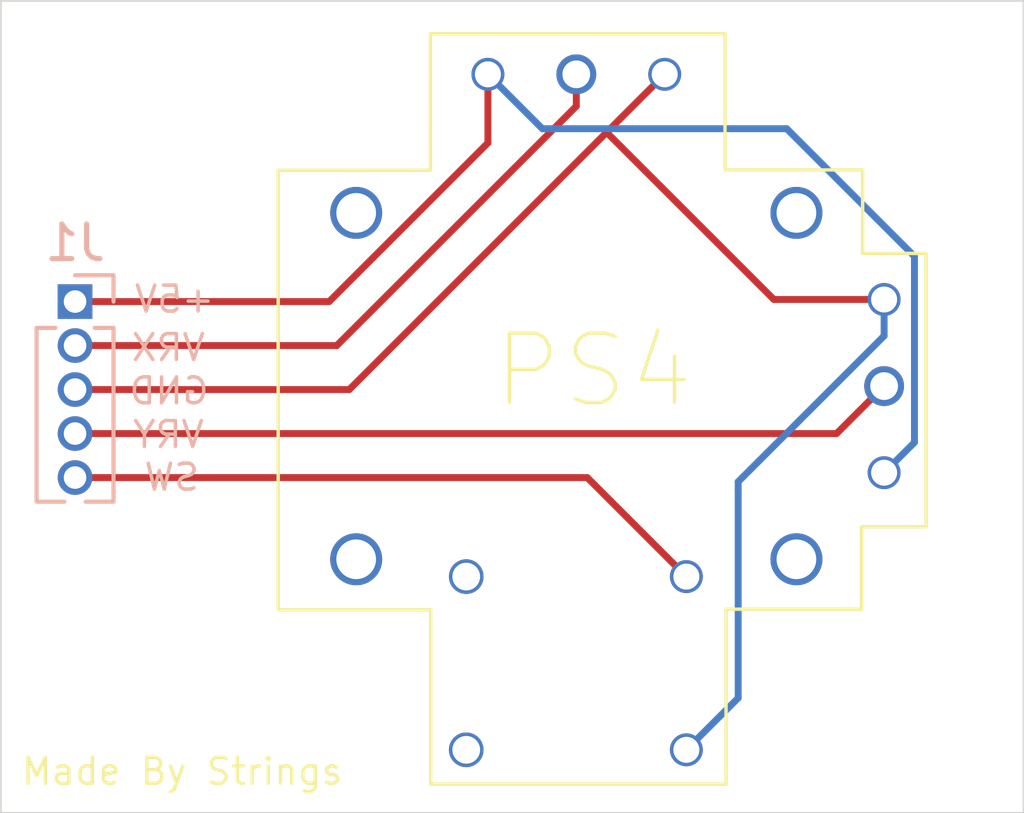
<source format=kicad_pcb>
(kicad_pcb (version 20240108) (generator "pcbnew") (generator_version "8.0")
  (layers (0 "F.Cu" signal) (31 "B.Cu" signal) (34 "B.Paste" user) (35 "F.Paste" user) (36 "B.SilkS" user "B.Silkscreen") (37 "F.SilkS" user "F.Silkscreen") (38 "B.Mask" user) (39 "F.Mask" user) (44 "Edge.Cuts" user))
  (net 0 "")
  (net 1 "Net-(J1-Pin_1)")
  (net 2 "Net-(J1-Pin_5)")
  (net 3 "Net-(J1-Pin_2)")
  (net 4 "Net-(J1-Pin_4)")
  (net 5 "GND")
  (footprint "Strings:PS4_Joystick" (layer "F.Cu") (at 140.13 118.48)
    (property "Reference" "PS4 Joystick" (hide yes))
    (property "Value" "~" (hide yes))
    (fp_line (start -9.080045 -6.350036) (end -4.688361 -6.350036) (stroke (width 0.1)) (layer "F.SilkS"))
    (fp_line (start -9.080045 6.34) (end -9.080045 -6.350036) (stroke (width 0.1)) (layer "F.SilkS"))
    (fp_line (start -4.69 -10.29) (end 3.81 -10.29) (stroke (width 0.1)) (layer "F.SilkS"))
    (fp_line (start -4.688361 -6.350036) (end -4.69 -10.29) (stroke (width 0.1)) (layer "F.SilkS"))
    (fp_line (start -4.680054 11.370158) (end -4.68 6.34) (stroke (width 0.1)) (layer "F.SilkS"))
    (fp_line (start -4.68 6.34) (end -9.080045 6.34) (stroke (width 0.1)) (layer "F.SilkS"))
    (fp_line (start 3.81 -10.29) (end 3.81 -6.36) (stroke (width 0.1)) (layer "F.SilkS"))
    (fp_line (start 3.81 -6.36) (end 7.780013 -6.36) (stroke (width 0.1)) (layer "F.SilkS"))
    (fp_line (start 3.84 6.32) (end 7.750051 6.32) (stroke (width 0.1)) (layer "F.SilkS"))
    (fp_line (start 3.84 11.370158) (end -4.680054 11.370158) (stroke (width 0.1)) (layer "F.SilkS"))
    (fp_line (start 3.84 11.370158) (end 3.84 6.32) (stroke (width 0.1)) (layer "F.SilkS"))
    (fp_line (start 7.75 6.34) (end 7.75 3.94) (stroke (width 0.1)) (layer "F.SilkS"))
    (fp_line (start 7.78 -6.35) (end 7.78 -3.95) (stroke (width 0.1)) (layer "F.SilkS"))
    (fp_line (start 7.78 -3.95) (end 9.590028 -3.95) (stroke (width 0.1)) (layer "F.SilkS"))
    (fp_line (start 9.480029 3.94) (end 7.75 3.94) (stroke (width 0.1)) (layer "F.SilkS"))
    (fp_line (start 9.61 3.94) (end 9.480029 3.94) (stroke (width 0.1)) (layer "F.SilkS"))
    (fp_line (start 9.61 3.94) (end 9.61 -3.950025) (stroke (width 0.1)) (layer "F.SilkS"))
    (pad "" thru_hole circle (at -6.83 -5.12) (size 1.5 1.5) (drill 1.145) (layers "*.Cu" "*.Mask"))
    (pad "" thru_hole circle (at -6.83 4.879) (size 1.5 1.5) (drill 1.145) (layers "*.Cu" "*.Mask"))
    (pad "" thru_hole circle (at -3.655 5.379 90) (size 1 1) (drill 0.8) (layers "*.Cu" "*.Mask"))
    (pad "" thru_hole circle (at -3.655 10.379 90) (size 1 1) (drill 0.8) (layers "*.Cu" "*.Mask"))
    (pad "" thru_hole circle (at 5.87 -5.12) (size 1.5 1.5) (drill 1.145) (layers "*.Cu" "*.Mask"))
    (pad "" thru_hole circle (at 5.87 4.879) (size 1.5 1.5) (drill 1.145) (layers "*.Cu" "*.Mask"))
    (pad "1" thru_hole circle (at -3.03 -9.12) (size 0.95 0.95) (drill 0.75) (layers "*.Cu" "*.Mask") (net 1 "Net-(J1-Pin_1)"))
    (pad "1" thru_hole circle (at 8.4 2.38) (size 0.95 0.95) (drill 0.75) (layers "*.Cu" "*.Mask") (net 1 "Net-(J1-Pin_1)"))
    (pad "2" thru_hole circle (at -0.48 -9.12) (size 1.15 1.15) (drill 0.8) (layers "*.Cu" "*.Mask") (net 3 "Net-(J1-Pin_2)"))
    (pad "3" thru_hole circle (at 2.07 -9.12) (size 0.95 0.95) (drill 0.75) (layers "*.Cu" "*.Mask") (net 5 "GND"))
    (pad "3" thru_hole circle (at 2.695 10.379) (size 0.95 0.95) (drill 0.75) (layers "*.Cu" "*.Mask") (net 5 "GND"))
    (pad "3" thru_hole circle (at 8.4 -2.62) (size 0.95 0.95) (drill 0.75) (layers "*.Cu" "*.Mask") (net 5 "GND"))
    (pad "4" thru_hole circle (at 8.4 -0.12) (size 1.15 1.15) (drill 0.8) (layers "*.Cu" "*.Mask") (net 4 "Net-(J1-Pin_4)"))
    (pad "5" thru_hole circle (at 2.695 5.379) (size 0.95 0.95) (drill 0.75) (layers "*.Cu" "*.Mask") (net 2 "Net-(J1-Pin_5)"))
  )
  (footprint "Connector_PinHeader_1.27mm:PinHeader_1x05_P1.27mm_Vertical" (layer "B.Cu") (at 125.19 115.92 180)
    (property "Reference" "J1" (at 0 1.695 180) (layer "B.SilkS") (effects (justify mirror)))
    (property "Value" "Conn_01x05_Pin" (hide yes))
    (fp_line (start 1.11 -0.76) (end 0.563471 -0.76) (stroke (width 0.12)) (layer "B.SilkS"))
    (fp_line (start 1.11 -5.775) (end 1.11 -0.76) (stroke (width 0.12)) (layer "B.SilkS"))
    (fp_line (start 1.11 -5.775) (end 0.30753 -5.775) (stroke (width 0.12)) (layer "B.SilkS"))
    (fp_line (start 0 0.76) (end -1.11 0.76) (stroke (width 0.12)) (layer "B.SilkS"))
    (fp_line (start -0.30753 -5.775) (end -1.11 -5.775) (stroke (width 0.12)) (layer "B.SilkS"))
    (fp_line (start -0.563471 -0.76) (end -1.11 -0.76) (stroke (width 0.12)) (layer "B.SilkS"))
    (fp_line (start -1.11 0.76) (end -1.11 0) (stroke (width 0.12)) (layer "B.SilkS"))
    (fp_line (start -1.11 -5.775) (end -1.11 -0.76) (stroke (width 0.12)) (layer "B.SilkS"))
    (pad "1" thru_hole rect (at 0 0 180) (size 1 1) (drill 0.65) (layers "*.Cu" "*.Mask") (net 1 "Net-(J1-Pin_1)"))
    (pad "2" thru_hole oval (at 0 -1.27 180) (size 1 1) (drill 0.65) (layers "*.Cu" "*.Mask") (net 3 "Net-(J1-Pin_2)"))
    (pad "3" thru_hole oval (at 0 -2.54 180) (size 1 1) (drill 0.65) (layers "*.Cu" "*.Mask") (net 5 "GND"))
    (pad "4" thru_hole oval (at 0 -3.81 180) (size 1 1) (drill 0.65) (layers "*.Cu" "*.Mask") (net 4 "Net-(J1-Pin_4)"))
    (pad "5" thru_hole oval (at 0 -5.08 180) (size 1 1) (drill 0.65) (layers "*.Cu" "*.Mask") (net 2 "Net-(J1-Pin_5)"))
  )
  (gr_rect (start 123.05 107.24) (end 152.55 130.68) (stroke (width 0.05)) (fill none) (layer "Edge.Cuts"))
  (gr_text "+5V" (at 129.27 116.29 0) (layer "B.SilkS") (effects (font (size 0.75 0.75) (thickness 0.1)) (justify left bottom mirror)))
  (gr_text "VRY" (at 128.97 120.2 0) (layer "B.SilkS") (effects (font (size 0.75 0.75) (thickness 0.1)) (justify left bottom mirror)))
  (gr_text "VRX" (at 129 117.69 0) (layer "B.SilkS") (effects (font (size 0.75 0.75) (thickness 0.1)) (justify left bottom mirror)))
  (gr_text "GND" (at 129.11 118.94 0) (layer "B.SilkS") (effects (font (size 0.75 0.75) (thickness 0.1)) (justify left bottom mirror)))
  (gr_text "SW\n" (at 128.83 121.43 0) (layer "B.SilkS") (effects (font (size 0.75 0.75) (thickness 0.1)) (justify left bottom mirror)))
  (gr_text "Made By Strings\n" (at 123.59 129.92 0) (layer "F.SilkS") (effects (font (size 0.75 0.75) (thickness 0.1)) (justify left bottom)))
  (gr_text "PS4\n" (at 137.18 119.08 0) (layer "F.SilkS") (effects (font (size 2 2) (thickness 0.1)) (justify left bottom)))
  (segment (start 132.52 115.92) (end 125.19 115.92) (width 0.2) (layer "F.Cu") (net 1))
  (segment (start 137.1 111.34) (end 132.52 115.92) (width 0.2) (layer "F.Cu") (net 1))
  (segment (start 137.1 109.36) (end 137.1 111.34) (width 0.2) (layer "F.Cu") (net 1))
  (segment (start 145.72 110.93) (end 138.67 110.93) (width 0.2) (layer "B.Cu") (net 1))
  (segment (start 138.67 110.93) (end 137.1 109.36) (width 0.2) (layer "B.Cu") (net 1))
  (segment (start 149.405 114.615) (end 145.72 110.93) (width 0.2) (layer "B.Cu") (net 1))
  (segment (start 149.405 119.985) (end 149.405 114.615) (width 0.2) (layer "B.Cu") (net 1))
  (segment (start 148.53 120.86) (end 149.405 119.985) (width 0.2) (layer "B.Cu") (net 1))
  (segment (start 139.966 121) (end 125.19 121) (width 0.2) (layer "F.Cu") (net 2))
  (segment (start 142.825 123.859) (end 139.966 121) (width 0.2) (layer "F.Cu") (net 2))
  (segment (start 139.65 109.36) (end 139.65 110.28) (width 0.2) (layer "F.Cu") (net 3))
  (segment (start 132.74 117.19) (end 125.19 117.19) (width 0.2) (layer "F.Cu") (net 3))
  (segment (start 139.65 110.28) (end 132.74 117.19) (width 0.2) (layer "F.Cu") (net 3))
  (segment (start 147.16 119.73) (end 125.19 119.73) (width 0.2) (layer "F.Cu") (net 4))
  (segment (start 148.53 118.36) (end 147.16 119.73) (width 0.2) (layer "F.Cu") (net 4))
  (segment (start 142.2 109.36) (end 140.525 111.035) (width 0.2) (layer "F.Cu") (net 5))
  (segment (start 148.53 115.86) (end 145.35 115.86) (width 0.2) (layer "F.Cu") (net 5))
  (segment (start 133.1 118.46) (end 125.19 118.46) (width 0.2) (layer "F.Cu") (net 5))
  (segment (start 145.35 115.86) (end 140.525 111.035) (width 0.2) (layer "F.Cu") (net 5))
  (segment (start 140.525 111.035) (end 133.1 118.46) (width 0.2) (layer "F.Cu") (net 5))
  (segment (start 144.32 127.364) (end 144.32 121.34) (width 0.2) (layer "B.Cu") (net 5))
  (segment (start 144.32 121.34) (end 144.32 121.12) (width 0.2) (layer "B.Cu") (net 5))
  (segment (start 142.825 128.859) (end 144.32 127.364) (width 0.2) (layer "B.Cu") (net 5))
  (segment (start 144.32 121.12) (end 148.53 116.91) (width 0.2) (layer "B.Cu") (net 5))
  (segment (start 148.53 116.91) (end 148.53 115.86) (width 0.2) (layer "B.Cu") (net 5))
)
</source>
